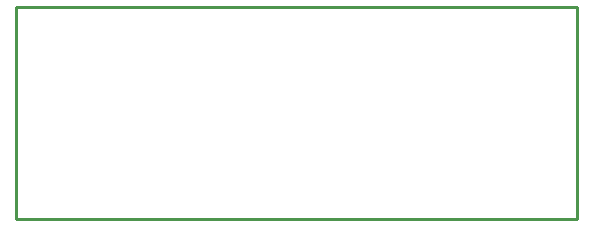
<source format=gm1>
G04*
G04 #@! TF.GenerationSoftware,Altium Limited,Altium Designer,18.0.11 (651)*
G04*
G04 Layer_Color=16711935*
%FSLAX25Y25*%
%MOIN*%
G70*
G01*
G75*
%ADD10C,0.01000*%
D10*
X0Y0D02*
Y70866D01*
X187000D01*
Y0D02*
Y70866D01*
X0Y0D02*
X187000D01*
M02*

</source>
